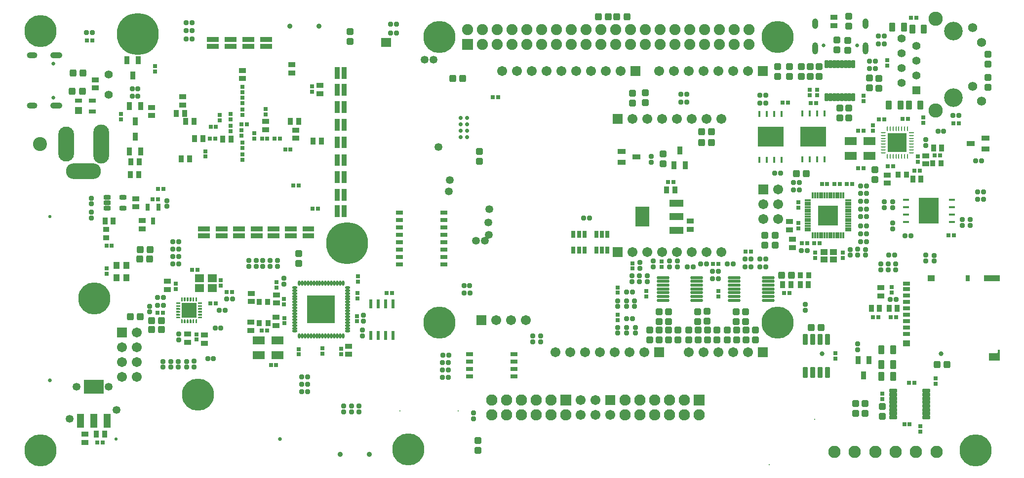
<source format=gbs>
G04*
G04 #@! TF.GenerationSoftware,Altium Limited,Altium Designer,24.10.1 (45)*
G04*
G04 Layer_Color=16711935*
%FSLAX44Y44*%
%MOMM*%
G71*
G04*
G04 #@! TF.SameCoordinates,2A984072-E791-4F40-B98E-8DF9AE0FA605*
G04*
G04*
G04 #@! TF.FilePolarity,Negative*
G04*
G01*
G75*
%ADD51R,0.6000X1.5500*%
G04:AMPARAMS|DCode=86|XSize=1.2032mm|YSize=1.1032mm|CornerRadius=0.2141mm|HoleSize=0mm|Usage=FLASHONLY|Rotation=270.000|XOffset=0mm|YOffset=0mm|HoleType=Round|Shape=RoundedRectangle|*
%AMROUNDEDRECTD86*
21,1,1.2032,0.6750,0,0,270.0*
21,1,0.7750,1.1032,0,0,270.0*
1,1,0.4282,-0.3375,-0.3875*
1,1,0.4282,-0.3375,0.3875*
1,1,0.4282,0.3375,0.3875*
1,1,0.4282,0.3375,-0.3875*
%
%ADD86ROUNDEDRECTD86*%
%ADD89R,0.9532X1.1532*%
%ADD92R,1.1532X0.9532*%
%ADD93R,0.7600X0.7600*%
G04:AMPARAMS|DCode=94|XSize=0.8032mm|YSize=0.8032mm|CornerRadius=0.1616mm|HoleSize=0mm|Usage=FLASHONLY|Rotation=270.000|XOffset=0mm|YOffset=0mm|HoleType=Round|Shape=RoundedRectangle|*
%AMROUNDEDRECTD94*
21,1,0.8032,0.4800,0,0,270.0*
21,1,0.4800,0.8032,0,0,270.0*
1,1,0.3232,-0.2400,-0.2400*
1,1,0.3232,-0.2400,0.2400*
1,1,0.3232,0.2400,0.2400*
1,1,0.3232,0.2400,-0.2400*
%
%ADD94ROUNDEDRECTD94*%
%ADD99R,0.7600X0.7600*%
G04:AMPARAMS|DCode=107|XSize=0.8032mm|YSize=0.8032mm|CornerRadius=0.1616mm|HoleSize=0mm|Usage=FLASHONLY|Rotation=180.000|XOffset=0mm|YOffset=0mm|HoleType=Round|Shape=RoundedRectangle|*
%AMROUNDEDRECTD107*
21,1,0.8032,0.4800,0,0,180.0*
21,1,0.4800,0.8032,0,0,180.0*
1,1,0.3232,-0.2400,0.2400*
1,1,0.3232,0.2400,0.2400*
1,1,0.3232,0.2400,-0.2400*
1,1,0.3232,-0.2400,-0.2400*
%
%ADD107ROUNDEDRECTD107*%
%ADD109R,0.8382X1.4732*%
%ADD112C,0.2032*%
%ADD113C,0.6782*%
%ADD114C,0.5782*%
G04:AMPARAMS|DCode=115|XSize=6.0032mm|YSize=2.7032mm|CornerRadius=1.3516mm|HoleSize=0mm|Usage=FLASHONLY|Rotation=0.000|XOffset=0mm|YOffset=0mm|HoleType=Round|Shape=RoundedRectangle|*
%AMROUNDEDRECTD115*
21,1,6.0032,0.0000,0,0,0.0*
21,1,3.3000,2.7032,0,0,0.0*
1,1,2.7032,1.6500,0.0000*
1,1,2.7032,-1.6500,0.0000*
1,1,2.7032,-1.6500,0.0000*
1,1,2.7032,1.6500,0.0000*
%
%ADD115ROUNDEDRECTD115*%
G04:AMPARAMS|DCode=116|XSize=6.0032mm|YSize=2.7032mm|CornerRadius=1.3516mm|HoleSize=0mm|Usage=FLASHONLY|Rotation=270.000|XOffset=0mm|YOffset=0mm|HoleType=Round|Shape=RoundedRectangle|*
%AMROUNDEDRECTD116*
21,1,6.0032,0.0000,0,0,270.0*
21,1,3.3000,2.7032,0,0,270.0*
1,1,2.7032,0.0000,-1.6500*
1,1,2.7032,0.0000,1.6500*
1,1,2.7032,0.0000,1.6500*
1,1,2.7032,0.0000,-1.6500*
%
%ADD116ROUNDEDRECTD116*%
G04:AMPARAMS|DCode=117|XSize=6.7032mm|YSize=2.7032mm|CornerRadius=1.3516mm|HoleSize=0mm|Usage=FLASHONLY|Rotation=270.000|XOffset=0mm|YOffset=0mm|HoleType=Round|Shape=RoundedRectangle|*
%AMROUNDEDRECTD117*
21,1,6.7032,0.0000,0,0,270.0*
21,1,4.0000,2.7032,0,0,270.0*
1,1,2.7032,0.0000,-2.0000*
1,1,2.7032,0.0000,2.0000*
1,1,2.7032,0.0000,2.0000*
1,1,2.7032,0.0000,-2.0000*
%
%ADD117ROUNDEDRECTD117*%
%ADD118C,2.4032*%
%ADD119C,1.7032*%
%ADD120R,1.7032X1.7032*%
%ADD121C,0.5588*%
%ADD122C,5.5032*%
G04:AMPARAMS|DCode=123|XSize=1mm|YSize=1.8mm|CornerRadius=0.5mm|HoleSize=0mm|Usage=FLASHONLY|Rotation=270.000|XOffset=0mm|YOffset=0mm|HoleType=Round|Shape=RoundedRectangle|*
%AMROUNDEDRECTD123*
21,1,1.0000,0.8000,0,0,270.0*
21,1,0.0000,1.8000,0,0,270.0*
1,1,1.0000,-0.4000,0.0000*
1,1,1.0000,-0.4000,0.0000*
1,1,1.0000,0.4000,0.0000*
1,1,1.0000,0.4000,0.0000*
%
%ADD123ROUNDEDRECTD123*%
G04:AMPARAMS|DCode=124|XSize=1mm|YSize=2.1mm|CornerRadius=0.5mm|HoleSize=0mm|Usage=FLASHONLY|Rotation=270.000|XOffset=0mm|YOffset=0mm|HoleType=Round|Shape=RoundedRectangle|*
%AMROUNDEDRECTD124*
21,1,1.0000,1.1000,0,0,270.0*
21,1,0.0000,2.1000,0,0,270.0*
1,1,1.0000,-0.5500,0.0000*
1,1,1.0000,-0.5500,0.0000*
1,1,1.0000,0.5500,0.0000*
1,1,1.0000,0.5500,0.0000*
%
%ADD124ROUNDEDRECTD124*%
%ADD125C,0.6500*%
%ADD126C,7.2032*%
%ADD127C,0.9000*%
%ADD128R,1.7032X1.7032*%
%ADD129C,0.8032*%
%ADD130C,1.3900*%
%ADD131C,1.9032*%
%ADD132C,2.1032*%
%ADD133C,1.9304*%
%ADD134C,1.4032*%
%ADD135C,1.5700*%
%ADD136R,1.9032X1.9032*%
%ADD137R,1.8796X1.8796*%
%ADD138C,3.2000*%
%ADD139R,1.3900X1.3900*%
%ADD140C,2.4500*%
G04:AMPARAMS|DCode=141|XSize=1mm|YSize=1.8mm|CornerRadius=0.5mm|HoleSize=0mm|Usage=FLASHONLY|Rotation=180.000|XOffset=0mm|YOffset=0mm|HoleType=Round|Shape=RoundedRectangle|*
%AMROUNDEDRECTD141*
21,1,1.0000,0.8000,0,0,180.0*
21,1,0.0000,1.8000,0,0,180.0*
1,1,1.0000,0.0000,0.4000*
1,1,1.0000,0.0000,0.4000*
1,1,1.0000,0.0000,-0.4000*
1,1,1.0000,0.0000,-0.4000*
%
%ADD141ROUNDEDRECTD141*%
G04:AMPARAMS|DCode=142|XSize=1mm|YSize=2.1mm|CornerRadius=0.5mm|HoleSize=0mm|Usage=FLASHONLY|Rotation=180.000|XOffset=0mm|YOffset=0mm|HoleType=Round|Shape=RoundedRectangle|*
%AMROUNDEDRECTD142*
21,1,1.0000,1.1000,0,0,180.0*
21,1,0.0000,2.1000,0,0,180.0*
1,1,1.0000,0.0000,0.5500*
1,1,1.0000,0.0000,0.5500*
1,1,1.0000,0.0000,-0.5500*
1,1,1.0000,0.0000,-0.5500*
%
%ADD142ROUNDEDRECTD142*%
%ADD143C,1.3462*%
%ADD144C,0.7032*%
%ADD177R,1.2700X0.7600*%
G04:AMPARAMS|DCode=180|XSize=1.0611mm|YSize=0.3925mm|CornerRadius=0.1962mm|HoleSize=0mm|Usage=FLASHONLY|Rotation=0.000|XOffset=0mm|YOffset=0mm|HoleType=Round|Shape=RoundedRectangle|*
%AMROUNDEDRECTD180*
21,1,1.0611,0.0000,0,0,0.0*
21,1,0.6686,0.3925,0,0,0.0*
1,1,0.3925,0.3343,0.0000*
1,1,0.3925,-0.3343,0.0000*
1,1,0.3925,-0.3343,0.0000*
1,1,0.3925,0.3343,0.0000*
%
%ADD180ROUNDEDRECTD180*%
%ADD181R,1.0611X0.3925*%
%ADD182R,3.5000X4.4000*%
%ADD184R,1.1000X1.3000*%
%ADD193C,0.2520*%
%ADD194R,2.5000X2.5000*%
G04:AMPARAMS|DCode=201|XSize=0.8078mm|YSize=0.2393mm|CornerRadius=0.1196mm|HoleSize=0mm|Usage=FLASHONLY|Rotation=180.000|XOffset=0mm|YOffset=0mm|HoleType=Round|Shape=RoundedRectangle|*
%AMROUNDEDRECTD201*
21,1,0.8078,0.0000,0,0,180.0*
21,1,0.5686,0.2393,0,0,180.0*
1,1,0.2393,-0.2843,0.0000*
1,1,0.2393,0.2843,0.0000*
1,1,0.2393,0.2843,0.0000*
1,1,0.2393,-0.2843,0.0000*
%
%ADD201ROUNDEDRECTD201*%
G04:AMPARAMS|DCode=202|XSize=0.2393mm|YSize=0.8078mm|CornerRadius=0.1196mm|HoleSize=0mm|Usage=FLASHONLY|Rotation=180.000|XOffset=0mm|YOffset=0mm|HoleType=Round|Shape=RoundedRectangle|*
%AMROUNDEDRECTD202*
21,1,0.2393,0.5686,0,0,180.0*
21,1,0.0000,0.8078,0,0,180.0*
1,1,0.2393,0.0000,0.2843*
1,1,0.2393,0.0000,0.2843*
1,1,0.2393,0.0000,-0.2843*
1,1,0.2393,0.0000,-0.2843*
%
%ADD202ROUNDEDRECTD202*%
%ADD203R,3.2000X3.2000*%
%ADD204R,4.4000X3.5000*%
G04:AMPARAMS|DCode=205|XSize=1.0611mm|YSize=0.3925mm|CornerRadius=0.1962mm|HoleSize=0mm|Usage=FLASHONLY|Rotation=90.000|XOffset=0mm|YOffset=0mm|HoleType=Round|Shape=RoundedRectangle|*
%AMROUNDEDRECTD205*
21,1,1.0611,0.0000,0,0,90.0*
21,1,0.6686,0.3925,0,0,90.0*
1,1,0.3925,0.0000,0.3343*
1,1,0.3925,0.0000,-0.3343*
1,1,0.3925,0.0000,-0.3343*
1,1,0.3925,0.0000,0.3343*
%
%ADD205ROUNDEDRECTD205*%
%ADD206R,2.8000X1.0000*%
%ADD207R,0.8000X1.0000*%
%ADD208R,1.2000X1.0000*%
%ADD212C,1.1447*%
%ADD213R,1.2000X0.7000*%
%ADD218R,0.3925X1.0611*%
%ADD219R,0.8078X0.2393*%
%ADD224R,1.8000X1.6000*%
%ADD225R,1.2032X1.2032*%
%ADD226R,1.2032X0.8032*%
%ADD227R,0.8532X1.4032*%
G04:AMPARAMS|DCode=228|XSize=1.2032mm|YSize=1.1032mm|CornerRadius=0.2141mm|HoleSize=0mm|Usage=FLASHONLY|Rotation=0.000|XOffset=0mm|YOffset=0mm|HoleType=Round|Shape=RoundedRectangle|*
%AMROUNDEDRECTD228*
21,1,1.2032,0.6750,0,0,0.0*
21,1,0.7750,1.1032,0,0,0.0*
1,1,0.4282,0.3875,-0.3375*
1,1,0.4282,-0.3875,-0.3375*
1,1,0.4282,-0.3875,0.3375*
1,1,0.4282,0.3875,0.3375*
%
%ADD228ROUNDEDRECTD228*%
%ADD229R,0.5032X0.8532*%
%ADD230R,0.8532X0.5032*%
%ADD231R,1.6032X1.4032*%
%ADD232R,2.1032X1.4032*%
%ADD233R,1.4032X0.8532*%
%ADD234O,0.4532X0.9532*%
%ADD235O,0.9532X0.4532*%
%ADD236R,4.7032X4.7032*%
%ADD237R,0.8432X1.1232*%
G04:AMPARAMS|DCode=238|XSize=0.6032mm|YSize=1.4032mm|CornerRadius=0.1516mm|HoleSize=0mm|Usage=FLASHONLY|Rotation=90.000|XOffset=0mm|YOffset=0mm|HoleType=Round|Shape=RoundedRectangle|*
%AMROUNDEDRECTD238*
21,1,0.6032,1.1000,0,0,90.0*
21,1,0.3000,1.4032,0,0,90.0*
1,1,0.3032,0.5500,0.1500*
1,1,0.3032,0.5500,-0.1500*
1,1,0.3032,-0.5500,-0.1500*
1,1,0.3032,-0.5500,0.1500*
%
%ADD238ROUNDEDRECTD238*%
G04:AMPARAMS|DCode=239|XSize=1.5032mm|YSize=1.0032mm|CornerRadius=0.2016mm|HoleSize=0mm|Usage=FLASHONLY|Rotation=90.000|XOffset=0mm|YOffset=0mm|HoleType=Round|Shape=RoundedRectangle|*
%AMROUNDEDRECTD239*
21,1,1.5032,0.6000,0,0,90.0*
21,1,1.1000,1.0032,0,0,90.0*
1,1,0.4032,0.3000,0.5500*
1,1,0.4032,0.3000,-0.5500*
1,1,0.4032,-0.3000,-0.5500*
1,1,0.4032,-0.3000,0.5500*
%
%ADD239ROUNDEDRECTD239*%
%ADD240R,0.8032X1.2032*%
G04:AMPARAMS|DCode=241|XSize=1.2532mm|YSize=0.8032mm|CornerRadius=0.2516mm|HoleSize=0mm|Usage=FLASHONLY|Rotation=180.000|XOffset=0mm|YOffset=0mm|HoleType=Round|Shape=RoundedRectangle|*
%AMROUNDEDRECTD241*
21,1,1.2532,0.3000,0,0,180.0*
21,1,0.7500,0.8032,0,0,180.0*
1,1,0.5032,-0.3750,0.1500*
1,1,0.5032,0.3750,0.1500*
1,1,0.5032,0.3750,-0.1500*
1,1,0.5032,-0.3750,-0.1500*
%
%ADD241ROUNDEDRECTD241*%
%ADD242O,2.2032X0.5532*%
G04:AMPARAMS|DCode=243|XSize=0.6032mm|YSize=1.4032mm|CornerRadius=0.1516mm|HoleSize=0mm|Usage=FLASHONLY|Rotation=180.000|XOffset=0mm|YOffset=0mm|HoleType=Round|Shape=RoundedRectangle|*
%AMROUNDEDRECTD243*
21,1,0.6032,1.1000,0,0,180.0*
21,1,0.3000,1.4032,0,0,180.0*
1,1,0.3032,-0.1500,0.5500*
1,1,0.3032,0.1500,0.5500*
1,1,0.3032,0.1500,-0.5500*
1,1,0.3032,-0.1500,-0.5500*
%
%ADD243ROUNDEDRECTD243*%
%ADD244R,3.4032X3.4032*%
%ADD245R,0.4032X1.0532*%
%ADD246R,1.1532X1.0032*%
%ADD247R,2.3532X1.2032*%
G04:AMPARAMS|DCode=248|XSize=0.8532mm|YSize=1.8532mm|CornerRadius=0.1504mm|HoleSize=0mm|Usage=FLASHONLY|Rotation=0.000|XOffset=0mm|YOffset=0mm|HoleType=Round|Shape=RoundedRectangle|*
%AMROUNDEDRECTD248*
21,1,0.8532,1.5525,0,0,0.0*
21,1,0.5525,1.8532,0,0,0.0*
1,1,0.3007,0.2763,-0.7763*
1,1,0.3007,-0.2763,-0.7763*
1,1,0.3007,-0.2763,0.7763*
1,1,0.3007,0.2763,0.7763*
%
%ADD248ROUNDEDRECTD248*%
%ADD249R,1.2032X2.3532*%
%ADD250R,2.3532X3.4532*%
%ADD251R,1.0532X0.4032*%
%ADD252R,3.4532X2.3532*%
%ADD253R,1.1232X0.8432*%
G36*
X17488Y-430967D02*
X17882Y-431361D01*
X18095Y-431875D01*
Y-432154D01*
Y-432432D01*
X17882Y-432947D01*
X17488Y-433340D01*
X16974Y-433554D01*
X11195D01*
Y-430754D01*
X16974D01*
X17488Y-430967D01*
D02*
G37*
G36*
X16695Y-425754D02*
X16974D01*
X17488Y-425967D01*
X17882Y-426361D01*
X18095Y-426875D01*
Y-427154D01*
Y-427432D01*
X17882Y-427947D01*
X17488Y-428340D01*
X16974Y-428554D01*
X11195D01*
Y-425754D01*
X16695D01*
Y-425754D01*
D02*
G37*
G36*
X17488Y-420967D02*
X17882Y-421360D01*
X18095Y-421875D01*
Y-422154D01*
Y-422432D01*
X17882Y-422947D01*
X17488Y-423340D01*
X16974Y-423554D01*
X11195D01*
Y-420754D01*
X16974D01*
X17488Y-420967D01*
D02*
G37*
G36*
X21763Y-435242D02*
X22157Y-435635D01*
X22370Y-436150D01*
Y-436428D01*
Y-441928D01*
X19570D01*
Y-436428D01*
Y-436150D01*
X19783Y-435635D01*
X20177Y-435242D01*
X20691Y-435028D01*
X21249D01*
X21763Y-435242D01*
D02*
G37*
G36*
X26763D02*
X27157Y-435635D01*
X27370Y-436150D01*
Y-436428D01*
X27370Y-441928D01*
X24570D01*
Y-436428D01*
Y-436150D01*
X24783Y-435635D01*
X25177Y-435242D01*
X25691Y-435028D01*
X26249D01*
X26763Y-435242D01*
D02*
G37*
G36*
X31763D02*
X32157Y-435635D01*
X32370Y-436150D01*
Y-436428D01*
Y-441928D01*
X29570D01*
Y-436428D01*
Y-436150D01*
X29783Y-435635D01*
X30177Y-435242D01*
X30691Y-435028D01*
X31249D01*
X31763Y-435242D01*
D02*
G37*
G36*
X17488Y-415967D02*
X17882Y-416361D01*
X18095Y-416875D01*
Y-417154D01*
Y-417432D01*
X17882Y-417947D01*
X17488Y-418340D01*
X16974Y-418554D01*
X11195D01*
Y-415754D01*
X16974D01*
X17488Y-415967D01*
D02*
G37*
G36*
Y-410967D02*
X17882Y-411360D01*
X18095Y-411875D01*
Y-412154D01*
Y-412432D01*
X17882Y-412947D01*
X17488Y-413340D01*
X16974Y-413554D01*
X16695D01*
X11195Y-413554D01*
Y-410754D01*
X16974D01*
X17488Y-410967D01*
D02*
G37*
G36*
Y-405967D02*
X17882Y-406361D01*
X18095Y-406875D01*
Y-407154D01*
Y-407432D01*
X17882Y-407947D01*
X17488Y-408340D01*
X16974Y-408554D01*
X11195D01*
Y-405754D01*
X16974D01*
X17488Y-405967D01*
D02*
G37*
G36*
X22370Y-402878D02*
Y-403157D01*
X22157Y-403671D01*
X21763Y-404065D01*
X21249Y-404278D01*
X20691D01*
X20177Y-404065D01*
X19783Y-403671D01*
X19570Y-403157D01*
Y-402878D01*
Y-397379D01*
X22370D01*
Y-402878D01*
D02*
G37*
G36*
X27370D02*
X27370D01*
Y-403157D01*
X27157Y-403671D01*
X26763Y-404065D01*
X26249Y-404278D01*
X25691D01*
X25177Y-404065D01*
X24783Y-403671D01*
X24570Y-403157D01*
Y-402878D01*
Y-397379D01*
X27370D01*
Y-402878D01*
D02*
G37*
G36*
X32370D02*
Y-403157D01*
X32157Y-403671D01*
X31763Y-404065D01*
X31249Y-404278D01*
X30691D01*
X30177Y-404065D01*
X29783Y-403671D01*
X29570Y-403157D01*
Y-402878D01*
Y-397379D01*
X32370D01*
Y-402878D01*
D02*
G37*
G36*
X47370D02*
Y-403157D01*
X47157Y-403671D01*
X46763Y-404065D01*
X46248Y-404278D01*
X45691D01*
X45177Y-404065D01*
X44783Y-403671D01*
X44570Y-403157D01*
Y-402878D01*
Y-397379D01*
X47370D01*
Y-402878D01*
D02*
G37*
G36*
X42370D02*
Y-403157D01*
X42157Y-403671D01*
X41763Y-404065D01*
X41248Y-404278D01*
X40691D01*
X40177Y-404065D01*
X39783Y-403671D01*
X39570Y-403157D01*
Y-402878D01*
X39570Y-397379D01*
X42370D01*
Y-402878D01*
D02*
G37*
G36*
X37370D02*
Y-403157D01*
X37157Y-403671D01*
X36763Y-404065D01*
X36249Y-404278D01*
X35691D01*
X35177Y-404065D01*
X34783Y-403671D01*
X34570Y-403157D01*
Y-402878D01*
Y-397379D01*
X37370D01*
Y-402878D01*
D02*
G37*
G36*
X55745Y-408554D02*
X49967D01*
X49452Y-408340D01*
X49058Y-407947D01*
X48845Y-407432D01*
Y-407154D01*
Y-406875D01*
X49058Y-406361D01*
X49452Y-405967D01*
X49967Y-405754D01*
X55745D01*
Y-408554D01*
D02*
G37*
G36*
Y-413554D02*
X50245D01*
Y-413554D01*
X49967D01*
X49452Y-413340D01*
X49058Y-412947D01*
X48845Y-412432D01*
Y-412154D01*
Y-411875D01*
X49058Y-411360D01*
X49452Y-410967D01*
X49967Y-410754D01*
X55745D01*
Y-413554D01*
D02*
G37*
G36*
Y-418554D02*
X49967D01*
X49452Y-418340D01*
X49058Y-417947D01*
X48845Y-417432D01*
Y-417154D01*
Y-416875D01*
X49058Y-416361D01*
X49452Y-415967D01*
X49967Y-415754D01*
X55745D01*
Y-418554D01*
D02*
G37*
G36*
Y-423554D02*
X49967D01*
X49452Y-423340D01*
X49058Y-422947D01*
X48845Y-422432D01*
Y-422154D01*
Y-421875D01*
X49058Y-421360D01*
X49452Y-420967D01*
X49967Y-420754D01*
X55745D01*
Y-423554D01*
D02*
G37*
G36*
Y-428554D02*
X49967D01*
X49452Y-428340D01*
X49058Y-427947D01*
X48845Y-427432D01*
Y-427154D01*
Y-426875D01*
X49058Y-426361D01*
X49452Y-425967D01*
X49967Y-425754D01*
X50245D01*
X55745Y-425754D01*
Y-428554D01*
D02*
G37*
G36*
Y-433554D02*
X49967D01*
X49452Y-433340D01*
X49058Y-432947D01*
X48845Y-432432D01*
Y-432154D01*
Y-431875D01*
X49058Y-431361D01*
X49452Y-430967D01*
X49967Y-430754D01*
X55745D01*
Y-433554D01*
D02*
G37*
G36*
X46763Y-435242D02*
X47157Y-435635D01*
X47370Y-436150D01*
Y-436428D01*
Y-441928D01*
X44570D01*
Y-436428D01*
Y-436150D01*
X44783Y-435635D01*
X45177Y-435242D01*
X45691Y-435028D01*
X46248D01*
X46763Y-435242D01*
D02*
G37*
G36*
X41763D02*
X42157Y-435635D01*
X42370Y-436150D01*
Y-436428D01*
Y-441928D01*
X39570D01*
Y-436428D01*
X39570D01*
Y-436150D01*
X39783Y-435635D01*
X40177Y-435242D01*
X40691Y-435028D01*
X41248D01*
X41763Y-435242D01*
D02*
G37*
G36*
X36763D02*
X37157Y-435635D01*
X37370Y-436150D01*
Y-436428D01*
Y-441928D01*
X34570D01*
Y-436428D01*
Y-436150D01*
X34783Y-435635D01*
X35177Y-435242D01*
X35691Y-435028D01*
X36249D01*
X36763Y-435242D01*
D02*
G37*
G36*
X1423950Y-506074D02*
X1404950D01*
Y-493074D01*
X1418950D01*
X1420450Y-491574D01*
Y-487574D01*
X1423950D01*
Y-506074D01*
D02*
G37*
D51*
X345060Y-408830D02*
D03*
X370460D02*
D03*
X383160D02*
D03*
X357760D02*
D03*
X345060Y-462830D02*
D03*
X357760D02*
D03*
X370460D02*
D03*
X383160D02*
D03*
D86*
X502276Y-22098D02*
D03*
X485276D02*
D03*
X-50664Y-315722D02*
D03*
X-33664D02*
D03*
X-33918Y-331216D02*
D03*
X-50918D02*
D03*
X-13820Y-452660D02*
D03*
X-30820D02*
D03*
X-66920Y-430530D02*
D03*
X-49920D02*
D03*
X752100Y84580D02*
D03*
X735100D02*
D03*
X784100D02*
D03*
X767100D02*
D03*
X912100Y-113420D02*
D03*
X929100D02*
D03*
X912100Y-131420D02*
D03*
X929100D02*
D03*
X1333100Y-512420D02*
D03*
X-30820Y-437420D02*
D03*
X-148440Y-11970D02*
D03*
X-149710Y-43720D02*
D03*
X-13820Y-437420D02*
D03*
X1091880Y-185020D02*
D03*
X1074880D02*
D03*
X1316100Y-512420D02*
D03*
X1066660Y-359656D02*
D03*
X1049660D02*
D03*
X1117460Y-449560D02*
D03*
X1100460D02*
D03*
X-165440Y-11970D02*
D03*
X-166710Y-43720D02*
D03*
D89*
X246238Y-129032D02*
D03*
X260238D02*
D03*
X207411Y-95000D02*
D03*
X221411D02*
D03*
X28000Y-95000D02*
D03*
X42000D02*
D03*
X105376Y-125433D02*
D03*
X91376D02*
D03*
X20000Y-160000D02*
D03*
X34000D02*
D03*
X-67086Y-186690D02*
D03*
X-53086D02*
D03*
X57000Y-125000D02*
D03*
X43000D02*
D03*
X-96636Y-266236D02*
D03*
X1065245Y-375924D02*
D03*
X1310240Y-140950D02*
D03*
X11542Y-81788D02*
D03*
X1288680Y-194660D02*
D03*
X1095640Y-375924D02*
D03*
X1234040Y-416540D02*
D03*
X1203560D02*
D03*
X866600Y-213420D02*
D03*
X-52150Y-164814D02*
D03*
X-111420Y-632450D02*
D03*
X1324240Y-140950D02*
D03*
X1274680Y-194660D02*
D03*
X852600Y-213420D02*
D03*
X25542Y-81788D02*
D03*
X1217560Y-416540D02*
D03*
X1248040D02*
D03*
X-125420Y-632450D02*
D03*
X1081640Y-375924D02*
D03*
X1051245Y-375924D02*
D03*
X-110636Y-266236D02*
D03*
X-66150Y-164814D02*
D03*
D92*
X257556Y-33640D02*
D03*
Y-47640D02*
D03*
X182880Y-431770D02*
D03*
Y-445770D02*
D03*
X165085Y-95605D02*
D03*
Y-109605D02*
D03*
X125000Y-22000D02*
D03*
Y-8000D02*
D03*
X-31210Y-71454D02*
D03*
Y-85454D02*
D03*
X140590Y-404730D02*
D03*
Y-390730D02*
D03*
X139700Y-440040D02*
D03*
Y-454040D02*
D03*
X183770Y-407270D02*
D03*
Y-393270D02*
D03*
X-4083Y-384021D02*
D03*
Y-370022D02*
D03*
X-57916Y-228184D02*
D03*
X-46482Y-279542D02*
D03*
X1139440Y69220D02*
D03*
X1296920Y-154270D02*
D03*
X216440Y-110380D02*
D03*
X1230880Y-201290D02*
D03*
X1219450Y-380842D02*
D03*
X22759Y-67034D02*
D03*
X1063240Y-281300D02*
D03*
X1068320Y-311780D02*
D03*
X892600Y-266420D02*
D03*
X31020Y-474250D02*
D03*
X210000Y2000D02*
D03*
X59436Y-476138D02*
D03*
X-127730Y-24020D02*
D03*
X306610Y-495220D02*
D03*
X-145000Y-646500D02*
D03*
X1219450Y-394842D02*
D03*
X1296920Y-168270D02*
D03*
X216440Y-124380D02*
D03*
X1230880Y-187290D02*
D03*
X210000Y-12000D02*
D03*
X892600Y-280420D02*
D03*
X1063240Y-267300D02*
D03*
X22759Y-53034D02*
D03*
X-46482Y-265542D02*
D03*
X1068320Y-297780D02*
D03*
X1139440Y83220D02*
D03*
X-145000Y-632500D02*
D03*
X-57916Y-242184D02*
D03*
X306610Y-481220D02*
D03*
X31020Y-460250D02*
D03*
X59436Y-462138D02*
D03*
X-127730Y-38020D02*
D03*
D93*
X38580Y-350520D02*
D03*
X47780D02*
D03*
X167662Y-124948D02*
D03*
X158462D02*
D03*
X254600Y-245000D02*
D03*
X245400D02*
D03*
X-19870Y-211261D02*
D03*
X-10670D02*
D03*
X70400Y-105000D02*
D03*
X79600D02*
D03*
X182940Y-513620D02*
D03*
X173740D02*
D03*
X167160Y-454660D02*
D03*
X157960D02*
D03*
X381410Y-390110D02*
D03*
X372210D02*
D03*
X70330Y-407670D02*
D03*
X79530D02*
D03*
X97883Y-388246D02*
D03*
X107083D02*
D03*
X-11168Y-423947D02*
D03*
X-20368D02*
D03*
X1225685Y-91830D02*
D03*
X1216485D02*
D03*
X-28988Y-229021D02*
D03*
X-19788Y-229021D02*
D03*
X132217Y-100630D02*
D03*
X123017D02*
D03*
X1062760Y-390273D02*
D03*
X1271400Y82580D02*
D03*
X1353200Y-98420D02*
D03*
X1256760Y-91420D02*
D03*
X1099760Y-64282D02*
D03*
X1312160Y-153650D02*
D03*
X1286280Y-180312D02*
D03*
X1189760Y-111232D02*
D03*
X1240560Y-172700D02*
D03*
X1181040Y-175527D02*
D03*
X1060220Y-63480D02*
D03*
X189600Y-125000D02*
D03*
X1170443Y-203180D02*
D03*
X1335500Y-290810D02*
D03*
X1139920Y-203180D02*
D03*
X1118574D02*
D03*
X1105630Y-304780D02*
D03*
X1236440Y-431780D02*
D03*
X1205960D02*
D03*
X864200Y-199420D02*
D03*
X1084040Y-304780D02*
D03*
X-99036Y-308524D02*
D03*
X553922Y-53551D02*
D03*
X78607Y-125232D02*
D03*
X207499Y-143255D02*
D03*
X212570Y-205486D02*
D03*
X-132830Y43860D02*
D03*
X-114440Y-646420D02*
D03*
X-142030Y43860D02*
D03*
X1231360Y-172700D02*
D03*
X1321360Y-153650D02*
D03*
X1265960Y-91420D02*
D03*
X1344000Y-98420D02*
D03*
X1280600Y82580D02*
D03*
X855000Y-199420D02*
D03*
X1051020Y-63480D02*
D03*
X1277080Y-180312D02*
D03*
X198299Y-143255D02*
D03*
X931640Y-339718D02*
D03*
X69407Y-125232D02*
D03*
X221770Y-205486D02*
D03*
X180400Y-125000D02*
D03*
X563122Y-53551D02*
D03*
X1215160Y-431780D02*
D03*
X1127774Y-203180D02*
D03*
X1108960Y-64282D02*
D03*
X1161243Y-203180D02*
D03*
X1093240Y-304780D02*
D03*
X1245640Y-431780D02*
D03*
X1344700Y-290810D02*
D03*
X987520Y-319047D02*
D03*
X996720D02*
D03*
X940840Y-339718D02*
D03*
X1114830Y-304780D02*
D03*
X1149120Y-203180D02*
D03*
X-123640Y-646420D02*
D03*
X1180560Y-111232D02*
D03*
X1268000Y-544420D02*
D03*
X1277200D02*
D03*
X1260000Y-615420D02*
D03*
X1269200D02*
D03*
X1053560Y-390273D02*
D03*
X-108236Y-308524D02*
D03*
X1190240Y-175527D02*
D03*
D94*
X876682Y-62464D02*
D03*
X886682D02*
D03*
X477948Y-509778D02*
D03*
X467948D02*
D03*
X-64182Y-39624D02*
D03*
X-54182D02*
D03*
X-64150Y-51784D02*
D03*
X-54150D02*
D03*
X389334Y71406D02*
D03*
X379334D02*
D03*
X389334Y56166D02*
D03*
X379334D02*
D03*
X15700Y-301530D02*
D03*
X5700D02*
D03*
X15700Y-326930D02*
D03*
X5700D02*
D03*
X15700Y-339630D02*
D03*
X5700D02*
D03*
X15700Y-314230D02*
D03*
X5700D02*
D03*
X-10768Y-411213D02*
D03*
X-20767D02*
D03*
X-10768Y-397925D02*
D03*
X-20767D02*
D03*
X97870Y-400050D02*
D03*
X107870D02*
D03*
X478456Y-496824D02*
D03*
X468456D02*
D03*
X477980Y-535130D02*
D03*
X467980D02*
D03*
X477980Y-522130D02*
D03*
X467980D02*
D03*
X65310Y-502633D02*
D03*
X75310D02*
D03*
X1317600Y-112420D02*
D03*
X1327600D02*
D03*
X1385600Y-229420D02*
D03*
X1395600D02*
D03*
X38560Y46450D02*
D03*
X28560D02*
D03*
X876682Y-49176D02*
D03*
X886682D02*
D03*
X930765Y-352452D02*
D03*
X910920Y-340340D02*
D03*
X1022520Y-345069D02*
D03*
Y-331781D02*
D03*
X1225720Y37531D02*
D03*
X1353600Y-85420D02*
D03*
X-132430Y56860D02*
D03*
X1395600Y-216420D02*
D03*
X1385600D02*
D03*
X1392600Y-163420D02*
D03*
X1382600D02*
D03*
X95000Y-420000D02*
D03*
X85000D02*
D03*
X38551Y74340D02*
D03*
X28551Y74340D02*
D03*
X28560Y60420D02*
D03*
X38560D02*
D03*
X720264Y-261620D02*
D03*
X710264D02*
D03*
X236680Y-559340D02*
D03*
X226680D02*
D03*
X236680Y-546640D02*
D03*
X226680D02*
D03*
X236680Y-533940D02*
D03*
X226680D02*
D03*
X1243500Y-324385D02*
D03*
X1233500D02*
D03*
X1246040Y-401300D02*
D03*
X1236040D02*
D03*
X1343600Y-85420D02*
D03*
X920920Y-340340D02*
D03*
X1195240Y-219195D02*
D03*
X1185240D02*
D03*
X1271440Y-292054D02*
D03*
X1195240Y-288363D02*
D03*
X1037920Y-184114D02*
D03*
X1012520Y-50780D02*
D03*
Y-64186D02*
D03*
X504875Y-390355D02*
D03*
X1083640Y-317514D02*
D03*
X783920Y-433610D02*
D03*
X987120Y-331781D02*
D03*
X783920Y-387890D02*
D03*
X1195240Y-301651D02*
D03*
X1012520Y-331781D02*
D03*
X956640Y-340069D02*
D03*
X1261440Y-292054D02*
D03*
X1093640Y-317514D02*
D03*
X514725Y-377165D02*
D03*
X504725D02*
D03*
X514875Y-390355D02*
D03*
X1069670Y-200051D02*
D03*
X1079670D02*
D03*
X1195240Y-205906D02*
D03*
X1185240D02*
D03*
X1069750Y-213340D02*
D03*
X1079750D02*
D03*
X1195240Y-232483D02*
D03*
X1185240D02*
D03*
X1195160Y-245772D02*
D03*
X1185160D02*
D03*
X1022520Y-64186D02*
D03*
X1195160Y-259060D02*
D03*
X1185160D02*
D03*
X1195240Y-275075D02*
D03*
X1185240D02*
D03*
X1022520Y-50780D02*
D03*
X1185240Y-288363D02*
D03*
X1047920Y-184114D02*
D03*
X1185240Y-301651D02*
D03*
X1225720Y50820D02*
D03*
X1215720D02*
D03*
Y37531D02*
D03*
X1200480Y-5060D02*
D03*
X1210480D02*
D03*
X1200480Y8228D02*
D03*
X1210480D02*
D03*
X997120Y-331781D02*
D03*
X987200Y-345069D02*
D03*
X997200D02*
D03*
X1012520D02*
D03*
X966640Y-340069D02*
D03*
X897631Y-344948D02*
D03*
X887631D02*
D03*
X930765Y-365740D02*
D03*
X940765D02*
D03*
Y-352452D02*
D03*
X793920Y-433610D02*
D03*
Y-387890D02*
D03*
X78090Y-450120D02*
D03*
X88090D02*
D03*
X-142430Y56860D02*
D03*
D99*
X87937Y-368103D02*
D03*
Y-377303D02*
D03*
X61597Y-146642D02*
D03*
Y-155842D02*
D03*
X-25000Y-400D02*
D03*
Y-9600D02*
D03*
X104524Y-102930D02*
D03*
Y-112130D02*
D03*
X-83280Y-82744D02*
D03*
Y-91944D02*
D03*
X196850Y-441960D02*
D03*
Y-432760D02*
D03*
X183642Y-380774D02*
D03*
Y-371574D02*
D03*
X196210Y-409170D02*
D03*
Y-399970D02*
D03*
X322860Y-370300D02*
D03*
Y-361100D02*
D03*
X321210Y-429370D02*
D03*
Y-438570D02*
D03*
X322210Y-399570D02*
D03*
Y-390370D02*
D03*
X10265Y-383268D02*
D03*
Y-374068D02*
D03*
X-107442Y-357152D02*
D03*
Y-347952D02*
D03*
X1222600Y-562820D02*
D03*
Y-572020D02*
D03*
X1292600Y-88820D02*
D03*
Y-98020D02*
D03*
X1206325Y-111281D02*
D03*
Y-102081D02*
D03*
X125000Y-84600D02*
D03*
Y-75400D02*
D03*
X123572Y-120007D02*
D03*
Y-110807D02*
D03*
X124965Y-131674D02*
D03*
Y-140874D02*
D03*
X817924Y-395820D02*
D03*
X941320Y-395740D02*
D03*
X1230880Y9700D02*
D03*
X1190240Y-51260D02*
D03*
X1110251Y-41100D02*
D03*
X1098073D02*
D03*
X1282950Y-155400D02*
D03*
X104262Y-91885D02*
D03*
X85799Y-93750D02*
D03*
X244516Y-44742D02*
D03*
X145000Y-115400D02*
D03*
X1238500Y-379644D02*
D03*
X1154187Y-320500D02*
D03*
X1106970Y-329700D02*
D03*
X1313600Y-536820D02*
D03*
X1287600Y-628020D02*
D03*
X1141980Y-502420D02*
D03*
X1078480Y-243340D02*
D03*
X165066Y-83485D02*
D03*
X1078480Y-278900D02*
D03*
X125000Y-45000D02*
D03*
Y-55000D02*
D03*
X124858Y-161252D02*
D03*
X46260Y-469960D02*
D03*
X221520Y-495360D02*
D03*
X262160Y-494090D02*
D03*
X293910Y-494570D02*
D03*
X1238500Y-388844D02*
D03*
X1282950Y-164600D02*
D03*
X1230880Y500D02*
D03*
X221520Y-486160D02*
D03*
X262160Y-484890D02*
D03*
X768600Y-436225D02*
D03*
X244516Y-35542D02*
D03*
X85799Y-84550D02*
D03*
X165066Y-74285D02*
D03*
X768600Y-389476D02*
D03*
X844178Y-344940D02*
D03*
X104262Y-82685D02*
D03*
X145000Y-124600D02*
D03*
X794000Y-338834D02*
D03*
X293910Y-485370D02*
D03*
X124858Y-152052D02*
D03*
X125000Y-35800D02*
D03*
Y-64200D02*
D03*
X1141980Y-493220D02*
D03*
X1078480Y-269700D02*
D03*
Y-234140D02*
D03*
X768600Y-427024D02*
D03*
X844178Y-335740D02*
D03*
X768600Y-380276D02*
D03*
X794000Y-348035D02*
D03*
X1154187Y-329700D02*
D03*
X1106970Y-320500D02*
D03*
X1098073Y-50300D02*
D03*
X1110251D02*
D03*
X1190240Y-60460D02*
D03*
X1313600Y-546020D02*
D03*
X1287600Y-618820D02*
D03*
X817924Y-386620D02*
D03*
X941320Y-386540D02*
D03*
X46260Y-460760D02*
D03*
D107*
X311750Y-594110D02*
D03*
Y-584110D02*
D03*
X160020Y-334170D02*
D03*
Y-344170D02*
D03*
X332400Y-428075D02*
D03*
Y-438075D02*
D03*
X195834Y-364824D02*
D03*
Y-374824D02*
D03*
X331090Y-463690D02*
D03*
Y-453690D02*
D03*
X-34056Y-412440D02*
D03*
Y-422440D02*
D03*
X1833Y-517345D02*
D03*
Y-507345D02*
D03*
X-11455Y-517265D02*
D03*
Y-507265D02*
D03*
X29185Y-517345D02*
D03*
Y-507345D02*
D03*
X15122Y-517265D02*
D03*
Y-507265D02*
D03*
X42418Y-517064D02*
D03*
Y-507064D02*
D03*
X825754Y-165274D02*
D03*
Y-155274D02*
D03*
X-4708Y-231270D02*
D03*
Y-241270D02*
D03*
X-133916Y-261104D02*
D03*
X783840Y-458930D02*
D03*
X768600D02*
D03*
X783840Y-413210D02*
D03*
X768600Y-413130D02*
D03*
X806112Y-370740D02*
D03*
X792823D02*
D03*
X870788Y-344948D02*
D03*
X829560D02*
D03*
X1296920Y-137060D02*
D03*
X1180080Y-477580D02*
D03*
X325038Y-584255D02*
D03*
Y-594255D02*
D03*
X298461Y-584110D02*
D03*
Y-594110D02*
D03*
X636600Y-463420D02*
D03*
Y-473420D02*
D03*
X622600Y-463420D02*
D03*
Y-473420D02*
D03*
X135890Y-344170D02*
D03*
Y-334170D02*
D03*
X148590Y-344170D02*
D03*
Y-334170D02*
D03*
X185420Y-344090D02*
D03*
Y-334090D02*
D03*
X172720Y-344090D02*
D03*
Y-334090D02*
D03*
X1219450Y-340420D02*
D03*
Y-350420D02*
D03*
X1232150Y-340420D02*
D03*
Y-350420D02*
D03*
X1244850Y-340420D02*
D03*
Y-350420D02*
D03*
X1296920Y-325180D02*
D03*
Y-335180D02*
D03*
X1310890Y-335260D02*
D03*
Y-325260D02*
D03*
X1296920Y-127060D02*
D03*
X1239786Y-270157D02*
D03*
Y-280157D02*
D03*
X768600Y-448930D02*
D03*
X1239770Y-233740D02*
D03*
X768600Y-403130D02*
D03*
X857500Y-344948D02*
D03*
X521208Y-595964D02*
D03*
X1089914Y-419274D02*
D03*
X806733Y-337452D02*
D03*
X1359714Y-274220D02*
D03*
X1225235Y-233655D02*
D03*
X1166921Y-325100D02*
D03*
X829560Y-334948D02*
D03*
X1373120Y-274220D02*
D03*
X1193498Y-325100D02*
D03*
X792823Y-360740D02*
D03*
X1180209Y-324940D02*
D03*
X-133916Y-251104D02*
D03*
X1180080Y-487580D02*
D03*
X1089914Y-409274D02*
D03*
X521208Y-605964D02*
D03*
X1225235Y-243655D02*
D03*
X1239770Y-243740D02*
D03*
X1373120Y-264220D02*
D03*
X1359714D02*
D03*
X1166921Y-315100D02*
D03*
X1193498D02*
D03*
X1180209Y-314940D02*
D03*
X870788Y-334948D02*
D03*
X857500D02*
D03*
X819400Y-360740D02*
D03*
Y-370740D02*
D03*
X806733Y-347452D02*
D03*
X783840Y-403210D02*
D03*
X806112Y-360740D02*
D03*
X797129Y-413210D02*
D03*
Y-403210D02*
D03*
X783840Y-448930D02*
D03*
X799080Y-458930D02*
D03*
Y-448930D02*
D03*
X-133916Y-227104D02*
D03*
Y-237104D02*
D03*
X15780Y-460440D02*
D03*
Y-470440D02*
D03*
D109*
X375666Y40386D02*
D03*
X367428D02*
D03*
D112*
X494720Y-592070D02*
D03*
X394720D02*
D03*
X1106513Y-606854D02*
D03*
X1028731Y-684636D02*
D03*
D113*
X189150Y-640620D02*
D03*
X-205200Y-539670D02*
D03*
D114*
X-91550Y-640620D02*
D03*
X-205200Y-258970D02*
D03*
D115*
X-147260Y-180890D02*
D03*
D116*
X-177260Y-133890D02*
D03*
D117*
X-117260D02*
D03*
D118*
X-222260D02*
D03*
D119*
X-56350Y-457290D02*
D03*
Y-482690D02*
D03*
Y-508090D02*
D03*
Y-533490D02*
D03*
X-81750D02*
D03*
Y-508090D02*
D03*
Y-482690D02*
D03*
X763200Y-491220D02*
D03*
X661600D02*
D03*
X687000D02*
D03*
X737800D02*
D03*
X712400D02*
D03*
X788600D02*
D03*
X814000D02*
D03*
X946400Y-91420D02*
D03*
X646360Y-8620D02*
D03*
X1044000Y-263120D02*
D03*
X946400Y-320020D02*
D03*
X611120Y-436860D02*
D03*
X921000Y-320020D02*
D03*
X1044000Y-212320D02*
D03*
X747960Y-8620D02*
D03*
X570160D02*
D03*
X595560D02*
D03*
X620960D02*
D03*
X671760D02*
D03*
X697160D02*
D03*
X722560D02*
D03*
X773360D02*
D03*
X991800Y-491220D02*
D03*
X966400D02*
D03*
X941000D02*
D03*
X915600D02*
D03*
X890200D02*
D03*
X1018600Y-263120D02*
D03*
X1044000Y-237720D02*
D03*
X1018600D02*
D03*
X921000Y-91420D02*
D03*
X895600D02*
D03*
X870200D02*
D03*
X844800D02*
D03*
X819400D02*
D03*
X794000D02*
D03*
X705100Y-599420D02*
D03*
X730500D02*
D03*
X755900D02*
D03*
X705100Y-574020D02*
D03*
X730500D02*
D03*
X585720Y-436860D02*
D03*
X560320D02*
D03*
X839400Y-8620D02*
D03*
X864800D02*
D03*
X890200D02*
D03*
X915600D02*
D03*
X941000D02*
D03*
X966400D02*
D03*
X991800D02*
D03*
X794000Y-320020D02*
D03*
X819400D02*
D03*
X844800D02*
D03*
X870200D02*
D03*
X895600D02*
D03*
D120*
X-81750Y-457290D02*
D03*
X1018600Y-212320D02*
D03*
D121*
X48800Y-585301D02*
D03*
X34035Y-579185D02*
D03*
X27919Y-564420D02*
D03*
X34035Y-549655D02*
D03*
X48800Y-543539D02*
D03*
D03*
X63565Y-549655D02*
D03*
X69681Y-564420D02*
D03*
X63565Y-579185D02*
D03*
X-129000Y-420201D02*
D03*
X-143765Y-414085D02*
D03*
X-149881Y-399320D02*
D03*
X-143765Y-384555D02*
D03*
X-129000Y-378439D02*
D03*
D03*
X-114235Y-384555D02*
D03*
X-108119Y-399320D02*
D03*
X-114235Y-414085D02*
D03*
X-206635Y44815D02*
D03*
X-200519Y59580D02*
D03*
X-206635Y74345D02*
D03*
X-221400Y80461D02*
D03*
X-236165Y74345D02*
D03*
X-242281Y59580D02*
D03*
X-236165Y44815D02*
D03*
X-221400Y38699D02*
D03*
X-206635Y-675185D02*
D03*
X-200519Y-660420D02*
D03*
X-206635Y-645655D02*
D03*
X-221400Y-639539D02*
D03*
X-236165Y-645655D02*
D03*
X-242281Y-660420D02*
D03*
X-236165Y-675185D02*
D03*
X-221400Y-681301D02*
D03*
X409600Y-679301D02*
D03*
X394835Y-673185D02*
D03*
X388719Y-658420D02*
D03*
X394835Y-643655D02*
D03*
X409600Y-637539D02*
D03*
D03*
X424365Y-643655D02*
D03*
X430481Y-658420D02*
D03*
X424365Y-673185D02*
D03*
X1042600Y-461301D02*
D03*
X1027835Y-455185D02*
D03*
X1021719Y-440420D02*
D03*
X1027835Y-425655D02*
D03*
X1042600Y-419539D02*
D03*
X1057365Y-425655D02*
D03*
X1063481Y-440420D02*
D03*
X1057365Y-455185D02*
D03*
X477365D02*
D03*
X483481Y-440420D02*
D03*
X477365Y-425655D02*
D03*
X462600Y-419539D02*
D03*
X447835Y-425655D02*
D03*
X441719Y-440420D02*
D03*
X447835Y-455185D02*
D03*
X462600Y-461301D02*
D03*
Y28699D02*
D03*
X447835Y34815D02*
D03*
X441719Y49580D02*
D03*
X447835Y64345D02*
D03*
X462600Y70461D02*
D03*
X477365Y64345D02*
D03*
X483481Y49580D02*
D03*
X477365Y34815D02*
D03*
X1057365D02*
D03*
X1063481Y49580D02*
D03*
X1057365Y64345D02*
D03*
X1042600Y70461D02*
D03*
X1027835Y64345D02*
D03*
X1021719Y49580D02*
D03*
X1027835Y34815D02*
D03*
X1042600Y28699D02*
D03*
X1397365Y-675185D02*
D03*
X1403481Y-660420D02*
D03*
X1397365Y-645655D02*
D03*
X1382600Y-639539D02*
D03*
X1367835Y-645655D02*
D03*
X1361719Y-660420D02*
D03*
X1367835Y-675185D02*
D03*
X1382600Y-681301D02*
D03*
D122*
X48800Y-564420D02*
D03*
X-129000Y-399320D02*
D03*
X-221400Y59580D02*
D03*
Y-660420D02*
D03*
X409600Y-658420D02*
D03*
X1042600Y-440420D02*
D03*
X462600D02*
D03*
Y49580D02*
D03*
X1042600D02*
D03*
X1382600Y-660420D02*
D03*
D123*
X-236050Y17780D02*
D03*
Y-68620D02*
D03*
D124*
X-194250Y17780D02*
D03*
Y-68620D02*
D03*
D125*
X-199250Y3480D02*
D03*
Y-54320D02*
D03*
X1179000Y35330D02*
D03*
X1121200D02*
D03*
D126*
X304300Y-304300D02*
D03*
X-54300Y54300D02*
D03*
D127*
X255880Y67960D02*
D03*
X205880D02*
D03*
X342540Y-666630D02*
D03*
X292540D02*
D03*
D128*
X839400Y-491220D02*
D03*
X534920Y-436860D02*
D03*
X798760Y-8620D02*
D03*
X1017200Y-491220D02*
D03*
X768600Y-91420D02*
D03*
X755900Y-574020D02*
D03*
X1017200Y-8620D02*
D03*
X768600Y-320020D02*
D03*
D129*
X1323101Y-494418D02*
D03*
X1118600D02*
D03*
D130*
X1254900Y46880D02*
D03*
X1280300Y-16620D02*
D03*
Y8780D02*
D03*
Y34180D02*
D03*
X1254900Y-29320D02*
D03*
Y-3920D02*
D03*
Y21480D02*
D03*
D131*
X866900Y62280D02*
D03*
X917700D02*
D03*
X739900D02*
D03*
X816100Y36880D02*
D03*
X993900D02*
D03*
X663700Y62280D02*
D03*
X612900Y36880D02*
D03*
X562100Y62280D02*
D03*
X714500Y36880D02*
D03*
X993900Y62280D02*
D03*
X968500D02*
D03*
Y36880D02*
D03*
X943100Y62280D02*
D03*
Y36880D02*
D03*
X917700D02*
D03*
X892300Y62280D02*
D03*
Y36880D02*
D03*
X866900D02*
D03*
X841500Y62280D02*
D03*
Y36880D02*
D03*
X816100Y62280D02*
D03*
X790700D02*
D03*
Y36880D02*
D03*
X765300Y62280D02*
D03*
Y36880D02*
D03*
X739900D02*
D03*
X714500Y62280D02*
D03*
X689100D02*
D03*
Y36880D02*
D03*
X663700D02*
D03*
X638300Y62280D02*
D03*
Y36880D02*
D03*
X612900Y62280D02*
D03*
X587500D02*
D03*
Y36880D02*
D03*
X562100D02*
D03*
X536700Y62280D02*
D03*
Y36880D02*
D03*
X511300Y62280D02*
D03*
D132*
X1245000Y-662920D02*
D03*
X1140000D02*
D03*
X1175000D02*
D03*
X1210000D02*
D03*
X1315000D02*
D03*
X1280000D02*
D03*
D133*
X806700Y-574020D02*
D03*
Y-599420D02*
D03*
X578100Y-574020D02*
D03*
Y-599420D02*
D03*
X781300D02*
D03*
Y-574020D02*
D03*
X552700Y-599420D02*
D03*
Y-574020D02*
D03*
X603500Y-599420D02*
D03*
X628900D02*
D03*
X654300D02*
D03*
X679700D02*
D03*
X603500Y-574020D02*
D03*
X628900D02*
D03*
X654300D02*
D03*
X882900D02*
D03*
X857500D02*
D03*
X832100D02*
D03*
X908300Y-599420D02*
D03*
X882900D02*
D03*
X857500D02*
D03*
X832100D02*
D03*
D134*
X-104870Y-14510D02*
D03*
Y-49510D02*
D03*
D135*
X1392800Y-60820D02*
D03*
X1377600Y65680D02*
D03*
Y-35420D02*
D03*
X1392800Y40280D02*
D03*
D136*
X511300Y36880D02*
D03*
D137*
X679700Y-574020D02*
D03*
X908300D02*
D03*
D138*
X1343800Y59580D02*
D03*
Y-54720D02*
D03*
D139*
X1280300Y-42020D02*
D03*
D140*
X1313300Y81180D02*
D03*
Y-76320D02*
D03*
D141*
X1193300Y72130D02*
D03*
X1106900D02*
D03*
D142*
X1193300Y30330D02*
D03*
X1106900D02*
D03*
D143*
X540766Y-300228D02*
D03*
X525526D02*
D03*
X480822Y-196215D02*
D03*
X437388Y10668D02*
D03*
X478935Y-215791D02*
D03*
X548365Y-246290D02*
D03*
X-159258Y-550926D02*
D03*
X-104394D02*
D03*
X-90678Y-590550D02*
D03*
X-171704Y-606044D02*
D03*
X460756Y-139446D02*
D03*
X547116Y-290068D02*
D03*
X452628Y10668D02*
D03*
X546862Y-269240D02*
D03*
D144*
X499000Y-89250D02*
D03*
X510000D02*
D03*
X499000Y-100250D02*
D03*
X510000D02*
D03*
X499000Y-111250D02*
D03*
X510000D02*
D03*
X499000Y-122250D02*
D03*
X510000D02*
D03*
D177*
X394240Y-264700D02*
D03*
Y-328200D02*
D03*
Y-277400D02*
D03*
Y-302800D02*
D03*
Y-290100D02*
D03*
Y-315500D02*
D03*
Y-252000D02*
D03*
Y-340900D02*
D03*
X470440Y-252000D02*
D03*
Y-264700D02*
D03*
Y-277400D02*
D03*
Y-290100D02*
D03*
Y-302800D02*
D03*
Y-315500D02*
D03*
Y-328200D02*
D03*
Y-340900D02*
D03*
X590800Y-495280D02*
D03*
Y-507980D02*
D03*
Y-520680D02*
D03*
Y-533380D02*
D03*
X514600Y-507980D02*
D03*
Y-495280D02*
D03*
Y-520680D02*
D03*
Y-533380D02*
D03*
D180*
X1341255Y-267950D02*
D03*
Y-229850D02*
D03*
Y-242550D02*
D03*
Y-255250D02*
D03*
X1262745D02*
D03*
Y-242550D02*
D03*
Y-229850D02*
D03*
D181*
Y-267950D02*
D03*
D182*
X1302000Y-248900D02*
D03*
D184*
X-90546Y-342814D02*
D03*
X-74046D02*
D03*
Y-363814D02*
D03*
X-90546D02*
D03*
D193*
X45970Y-400685D02*
D03*
X40970D02*
D03*
X35970D02*
D03*
X30970Y-400829D02*
D03*
X25970D02*
D03*
X20970D02*
D03*
Y-440528D02*
D03*
X25970D02*
D03*
X30970D02*
D03*
X35970Y-438479D02*
D03*
X40970D02*
D03*
X45970D02*
D03*
X14502Y-407154D02*
D03*
Y-412154D02*
D03*
Y-417154D02*
D03*
X14645Y-422154D02*
D03*
Y-432154D02*
D03*
X54345D02*
D03*
Y-427154D02*
D03*
Y-422154D02*
D03*
X52295Y-417154D02*
D03*
Y-412154D02*
D03*
Y-407154D02*
D03*
X14645Y-427154D02*
D03*
D194*
X33470Y-419654D02*
D03*
D201*
X1271792Y-129560D02*
D03*
Y-149560D02*
D03*
X1224288Y-114560D02*
D03*
Y-124560D02*
D03*
Y-144560D02*
D03*
X1271792Y-134560D02*
D03*
X1224288Y-119560D02*
D03*
X1271792Y-124560D02*
D03*
X1224288Y-139560D02*
D03*
X1271792Y-119560D02*
D03*
Y-139560D02*
D03*
Y-144560D02*
D03*
X1224288Y-149560D02*
D03*
Y-134560D02*
D03*
Y-129560D02*
D03*
D202*
X1250540Y-108308D02*
D03*
X1245540Y-155812D02*
D03*
X1235540Y-108308D02*
D03*
X1230540D02*
D03*
X1255540D02*
D03*
X1240540D02*
D03*
X1245540D02*
D03*
X1260540D02*
D03*
X1265540Y-155812D02*
D03*
X1260540D02*
D03*
X1255540D02*
D03*
X1250540D02*
D03*
X1240540D02*
D03*
X1235540D02*
D03*
X1230540D02*
D03*
X1265540Y-108308D02*
D03*
D203*
X1248040Y-132060D02*
D03*
D204*
X1103880Y-121441D02*
D03*
X1030861Y-121900D02*
D03*
D205*
X1084830Y-160696D02*
D03*
X1011811Y-161155D02*
D03*
X1037211Y-82645D02*
D03*
X1024511D02*
D03*
X1011811D02*
D03*
X1024511Y-161155D02*
D03*
X1037211D02*
D03*
X1049911Y-82645D02*
D03*
X1122930Y-82185D02*
D03*
X1110230D02*
D03*
X1097530D02*
D03*
X1084830D02*
D03*
X1097530Y-160696D02*
D03*
X1110230D02*
D03*
D206*
X1409950Y-364574D02*
D03*
D207*
X1368450D02*
D03*
D208*
X1306450D02*
D03*
X1263450Y-476074D02*
D03*
D212*
X1417591Y-499714D02*
D03*
D213*
X1263450Y-405574D02*
D03*
Y-374074D02*
D03*
Y-427574D02*
D03*
Y-460574D02*
D03*
Y-449574D02*
D03*
Y-438574D02*
D03*
Y-416574D02*
D03*
Y-394574D02*
D03*
Y-383574D02*
D03*
D218*
X1049911Y-161155D02*
D03*
X1122930Y-160696D02*
D03*
D219*
X1271792Y-114560D02*
D03*
D224*
X371547Y40386D02*
D03*
D225*
X-156240Y-76620D02*
D03*
D226*
X-132240Y-78620D02*
D03*
Y-59620D02*
D03*
X-156240D02*
D03*
D227*
X884378Y-170942D02*
D03*
X865378D02*
D03*
X874878Y-144942D02*
D03*
X-49650Y-147334D02*
D03*
X-68650D02*
D03*
X-59150Y-121334D02*
D03*
X-68650Y-69264D02*
D03*
X-49650D02*
D03*
X-59150Y-95264D02*
D03*
X-63246Y-16302D02*
D03*
X-53746Y9698D02*
D03*
X-72746D02*
D03*
X1199740Y-505140D02*
D03*
X1180740D02*
D03*
X1190240Y-531140D02*
D03*
D228*
X846328Y-168520D02*
D03*
Y-151520D02*
D03*
X531400Y-146980D02*
D03*
Y-163980D02*
D03*
X221742Y-338954D02*
D03*
Y-321954D02*
D03*
X793600Y-63920D02*
D03*
Y-46920D02*
D03*
X815600Y-63420D02*
D03*
Y-46420D02*
D03*
X839800Y-421741D02*
D03*
X855818D02*
D03*
X905840D02*
D03*
X921859Y-421620D02*
D03*
X971800Y-421741D02*
D03*
X987819D02*
D03*
X1216419Y-21960D02*
D03*
X1164840Y67720D02*
D03*
X1163016Y43620D02*
D03*
X1144520Y44080D02*
D03*
X1083560Y-18640D02*
D03*
X1020600Y-290920D02*
D03*
Y-307920D02*
D03*
X1403600Y-19920D02*
D03*
Y-36920D02*
D03*
Y20080D02*
D03*
Y3080D02*
D03*
X1209290Y-178170D02*
D03*
Y-195170D02*
D03*
X1038600Y-290920D02*
D03*
Y-307920D02*
D03*
X890600Y-453760D02*
D03*
X956560D02*
D03*
X871837D02*
D03*
X938656D02*
D03*
X1176761Y-596490D02*
D03*
X528574Y-660264D02*
D03*
X1222600Y-601920D02*
D03*
X1192780Y-596490D02*
D03*
X309150Y58760D02*
D03*
X1004616Y-453760D02*
D03*
X839800D02*
D03*
X309150Y41760D02*
D03*
X1192780Y-579490D02*
D03*
X1042920Y-1640D02*
D03*
Y-18640D02*
D03*
X1200400Y-20689D02*
D03*
Y-37689D02*
D03*
X1216419Y-38960D02*
D03*
X1114040Y-1640D02*
D03*
Y-18640D02*
D03*
X1164840Y84720D02*
D03*
X1063240Y-18640D02*
D03*
Y-1640D02*
D03*
X1163016Y26620D02*
D03*
X1149600Y-89760D02*
D03*
Y-72760D02*
D03*
X1144520Y27080D02*
D03*
X1083560Y-1640D02*
D03*
X1164840Y-89760D02*
D03*
Y-72760D02*
D03*
X1098800Y-1640D02*
D03*
Y-18640D02*
D03*
X987819Y-438741D02*
D03*
X971800D02*
D03*
X972579Y-470760D02*
D03*
Y-453760D02*
D03*
X988597Y-470760D02*
D03*
Y-453760D02*
D03*
X956560Y-470760D02*
D03*
X1004616D02*
D03*
X1222600Y-584920D02*
D03*
X839800Y-438741D02*
D03*
X855818D02*
D03*
X921859Y-438620D02*
D03*
X905840Y-438741D02*
D03*
X839800Y-470760D02*
D03*
X855818D02*
D03*
Y-453760D02*
D03*
X922637Y-470760D02*
D03*
Y-453760D02*
D03*
X906618Y-470760D02*
D03*
Y-453760D02*
D03*
X890600Y-470760D02*
D03*
X938656D02*
D03*
X823781D02*
D03*
Y-453760D02*
D03*
X871837Y-470760D02*
D03*
X528574Y-643264D02*
D03*
X1176761Y-579490D02*
D03*
D229*
X111270Y-279870D02*
D03*
X126270Y-279870D02*
D03*
X121270D02*
D03*
X116270D02*
D03*
X126270Y-291370D02*
D03*
X121270D02*
D03*
X116270D02*
D03*
X111270D02*
D03*
X66820Y33680D02*
D03*
X71820D02*
D03*
X81820D02*
D03*
X76820D02*
D03*
X81820Y45180D02*
D03*
X76820D02*
D03*
X71820Y45180D02*
D03*
X66820D02*
D03*
X230410Y-291370D02*
D03*
X235410D02*
D03*
X240410D02*
D03*
X245410D02*
D03*
X240410Y-279870D02*
D03*
X245410D02*
D03*
X230410D02*
D03*
X235410D02*
D03*
X200170Y-291370D02*
D03*
X205170D02*
D03*
X210170D02*
D03*
X215170D02*
D03*
X210170Y-279870D02*
D03*
X205170D02*
D03*
X200170D02*
D03*
X215170D02*
D03*
X170880Y-291370D02*
D03*
X175880D02*
D03*
X180880Y-291370D02*
D03*
X185880D02*
D03*
X175880Y-279870D02*
D03*
X170880Y-279870D02*
D03*
X185880Y-279870D02*
D03*
X180880D02*
D03*
X51580Y-291370D02*
D03*
X56580D02*
D03*
X61580D02*
D03*
X66580D02*
D03*
X61580Y-279870D02*
D03*
X66580D02*
D03*
X56580D02*
D03*
X51580D02*
D03*
X141750Y-291370D02*
D03*
X146750D02*
D03*
X151750Y-291370D02*
D03*
X156750Y-291370D02*
D03*
X141750Y-279870D02*
D03*
X146750D02*
D03*
X156750D02*
D03*
X151750D02*
D03*
X81820Y-291370D02*
D03*
X86820D02*
D03*
X91820D02*
D03*
X96820D02*
D03*
X96820Y-279870D02*
D03*
X81820D02*
D03*
X86820D02*
D03*
X91820D02*
D03*
X142620Y33680D02*
D03*
X137620D02*
D03*
X132620D02*
D03*
X127620D02*
D03*
X142620Y45180D02*
D03*
X137620D02*
D03*
X132620D02*
D03*
X127620D02*
D03*
X168020Y33750D02*
D03*
X163020D02*
D03*
X173020Y45250D02*
D03*
X168020D02*
D03*
X163020Y45250D02*
D03*
X158020Y45250D02*
D03*
Y33750D02*
D03*
X173020D02*
D03*
X112220Y45250D02*
D03*
X107220D02*
D03*
X102220D02*
D03*
X97220D02*
D03*
X112220Y33750D02*
D03*
X97220Y33750D02*
D03*
X102220D02*
D03*
X107220D02*
D03*
D230*
X299060Y-33800D02*
D03*
Y-38800D02*
D03*
Y-43800D02*
D03*
Y-48800D02*
D03*
X287490Y-257080D02*
D03*
Y-252080D02*
D03*
Y-247080D02*
D03*
Y-242080D02*
D03*
X298990Y-257080D02*
D03*
Y-252080D02*
D03*
X298990Y-247080D02*
D03*
Y-242080D02*
D03*
X287490Y-228980D02*
D03*
Y-223980D02*
D03*
Y-218980D02*
D03*
Y-213980D02*
D03*
X298990Y-228980D02*
D03*
Y-223980D02*
D03*
X298990Y-218980D02*
D03*
Y-213980D02*
D03*
X287560Y-19590D02*
D03*
Y-4590D02*
D03*
Y-9590D02*
D03*
Y-14590D02*
D03*
X299060Y-4590D02*
D03*
Y-9590D02*
D03*
Y-14590D02*
D03*
Y-19590D02*
D03*
X287560Y-33800D02*
D03*
Y-48800D02*
D03*
Y-38800D02*
D03*
Y-43800D02*
D03*
X287490Y-138890D02*
D03*
Y-133890D02*
D03*
Y-128890D02*
D03*
Y-123890D02*
D03*
X298990Y-138890D02*
D03*
Y-133890D02*
D03*
X298990Y-128890D02*
D03*
Y-123890D02*
D03*
X287560Y-73010D02*
D03*
Y-68010D02*
D03*
Y-63010D02*
D03*
Y-78010D02*
D03*
X299060Y-63010D02*
D03*
Y-68010D02*
D03*
Y-73010D02*
D03*
Y-78010D02*
D03*
Y-108490D02*
D03*
Y-103490D02*
D03*
X299060Y-98490D02*
D03*
Y-93490D02*
D03*
X287560Y-103490D02*
D03*
Y-98490D02*
D03*
Y-93490D02*
D03*
Y-108490D02*
D03*
X298990Y-154290D02*
D03*
Y-159290D02*
D03*
X298990Y-164290D02*
D03*
Y-169290D02*
D03*
X287490Y-154290D02*
D03*
Y-159290D02*
D03*
Y-164290D02*
D03*
Y-169290D02*
D03*
X298990Y-198500D02*
D03*
Y-193500D02*
D03*
Y-188500D02*
D03*
Y-183500D02*
D03*
X287490Y-183500D02*
D03*
X287490Y-198500D02*
D03*
Y-193500D02*
D03*
Y-188500D02*
D03*
D231*
X51132Y-381804D02*
D03*
X73133Y-364804D02*
D03*
Y-381804D02*
D03*
X51132Y-364804D02*
D03*
D232*
X152910Y-471370D02*
D03*
X184910Y-496370D02*
D03*
Y-471370D02*
D03*
X152910Y-496370D02*
D03*
X1199880Y-154429D02*
D03*
X1167879Y-129429D02*
D03*
Y-154429D02*
D03*
X1199880Y-129429D02*
D03*
D233*
X800862Y-156210D02*
D03*
X774862Y-146710D02*
D03*
Y-165710D02*
D03*
X1399600Y-142920D02*
D03*
X1373600Y-133420D02*
D03*
X1399600Y-123920D02*
D03*
D234*
X237470Y-372800D02*
D03*
X292470D02*
D03*
Y-463300D02*
D03*
X262470D02*
D03*
X222470Y-372800D02*
D03*
X227470D02*
D03*
X232470D02*
D03*
X242470D02*
D03*
X247470D02*
D03*
X252470D02*
D03*
X257470D02*
D03*
X267470D02*
D03*
X272470D02*
D03*
X277470D02*
D03*
X282470D02*
D03*
X287470D02*
D03*
X297470D02*
D03*
Y-463300D02*
D03*
X282470D02*
D03*
X277470D02*
D03*
X272470D02*
D03*
X267470D02*
D03*
X257470D02*
D03*
X252470D02*
D03*
X247470D02*
D03*
X242470D02*
D03*
X237470D02*
D03*
X232470D02*
D03*
X227470D02*
D03*
X222470D02*
D03*
X287470D02*
D03*
X262470Y-372800D02*
D03*
D235*
X305220Y-425550D02*
D03*
X214720Y-450550D02*
D03*
Y-445550D02*
D03*
Y-440550D02*
D03*
Y-430550D02*
D03*
Y-425550D02*
D03*
Y-420550D02*
D03*
Y-415550D02*
D03*
Y-400550D02*
D03*
Y-390550D02*
D03*
Y-380550D02*
D03*
X305220D02*
D03*
Y-385550D02*
D03*
Y-395550D02*
D03*
Y-400550D02*
D03*
Y-405550D02*
D03*
Y-410550D02*
D03*
Y-415550D02*
D03*
Y-420550D02*
D03*
Y-430550D02*
D03*
Y-435550D02*
D03*
Y-440550D02*
D03*
Y-445550D02*
D03*
Y-455550D02*
D03*
Y-390550D02*
D03*
Y-450550D02*
D03*
X214720Y-385550D02*
D03*
Y-395550D02*
D03*
Y-405550D02*
D03*
Y-410550D02*
D03*
Y-435550D02*
D03*
Y-455550D02*
D03*
D236*
X259970Y-418050D02*
D03*
D237*
X168210Y-405350D02*
D03*
X153610D02*
D03*
X168590Y-441960D02*
D03*
X153990D02*
D03*
X1308670Y-167620D02*
D03*
X1323270D02*
D03*
X1249300Y-186670D02*
D03*
X1263900D02*
D03*
X1081340Y-359656D02*
D03*
X1095940D02*
D03*
D238*
X1297600Y-557920D02*
D03*
Y-564420D02*
D03*
Y-570920D02*
D03*
Y-577420D02*
D03*
Y-583920D02*
D03*
Y-590420D02*
D03*
X1297600Y-596920D02*
D03*
X1297600Y-603420D02*
D03*
X1240600Y-557920D02*
D03*
Y-577420D02*
D03*
Y-583920D02*
D03*
X1240600Y-596920D02*
D03*
X1240600Y-564420D02*
D03*
Y-603420D02*
D03*
Y-590420D02*
D03*
Y-570920D02*
D03*
D239*
X1239600Y66580D02*
D03*
X1259600D02*
D03*
X1233600Y-67420D02*
D03*
X1253600D02*
D03*
X1287600D02*
D03*
X1267600D02*
D03*
X1293600Y62580D02*
D03*
X1273600D02*
D03*
X1220880Y-513060D02*
D03*
X1240880D02*
D03*
Y-533380D02*
D03*
X1220880D02*
D03*
X1240880Y-487660D02*
D03*
X1220880D02*
D03*
D240*
X-37708Y-242270D02*
D03*
X-18708Y-242270D02*
D03*
X-28208Y-266270D02*
D03*
X702029Y-315977D02*
D03*
X741297D02*
D03*
X731797D02*
D03*
X692529Y-288977D02*
D03*
X750797D02*
D03*
Y-315977D02*
D03*
X711529Y-288977D02*
D03*
X731797D02*
D03*
X711529Y-315977D02*
D03*
X692529D02*
D03*
X702029Y-288977D02*
D03*
X741297D02*
D03*
D241*
X-106976Y-235184D02*
D03*
Y-244684D02*
D03*
X-106976Y-225684D02*
D03*
X-79976Y-225684D02*
D03*
X-79976Y-244684D02*
D03*
D242*
X904280Y-382851D02*
D03*
X1026391Y-369973D02*
D03*
Y-382973D02*
D03*
Y-395973D02*
D03*
Y-363473D02*
D03*
Y-376473D02*
D03*
Y-389473D02*
D03*
Y-402473D02*
D03*
X968391Y-363473D02*
D03*
X968391Y-369973D02*
D03*
X968391Y-376473D02*
D03*
X968391Y-382973D02*
D03*
X968391Y-389473D02*
D03*
X968391Y-395973D02*
D03*
X968391Y-402473D02*
D03*
X846280Y-402351D02*
D03*
X846280Y-395852D02*
D03*
X846280Y-389351D02*
D03*
X846280Y-382851D02*
D03*
X846280Y-376352D02*
D03*
X846280Y-369851D02*
D03*
X846280Y-363352D02*
D03*
X904280Y-402351D02*
D03*
Y-395852D02*
D03*
Y-389352D02*
D03*
Y-376352D02*
D03*
Y-369851D02*
D03*
Y-363352D02*
D03*
D243*
X1172350Y3120D02*
D03*
X1126850D02*
D03*
X1133350D02*
D03*
X1139850D02*
D03*
X1146350D02*
D03*
X1152850D02*
D03*
X1159350D02*
D03*
X1165850D02*
D03*
X1126850Y-53880D02*
D03*
X1133350D02*
D03*
X1139850D02*
D03*
X1146350D02*
D03*
X1152850D02*
D03*
X1159350D02*
D03*
X1165850D02*
D03*
X1172350D02*
D03*
D244*
X1129280Y-256681D02*
D03*
D245*
X1139280Y-291182D02*
D03*
X1103280D02*
D03*
X1127280Y-222181D02*
D03*
X1123280D02*
D03*
X1107280D02*
D03*
X1103280D02*
D03*
X1127280Y-291182D02*
D03*
X1155280Y-222181D02*
D03*
X1151280D02*
D03*
X1147280D02*
D03*
X1143280D02*
D03*
X1139280D02*
D03*
X1135280D02*
D03*
X1131280D02*
D03*
X1119280D02*
D03*
X1115280D02*
D03*
X1111280D02*
D03*
X1107280Y-291182D02*
D03*
X1111280D02*
D03*
X1115280D02*
D03*
X1119280D02*
D03*
X1123280D02*
D03*
X1131280D02*
D03*
X1135280D02*
D03*
X1143280D02*
D03*
X1147280D02*
D03*
X1151280D02*
D03*
X1155280D02*
D03*
D246*
X1138829Y-319349D02*
D03*
X1122329Y-332349D02*
D03*
Y-319349D02*
D03*
X1138829Y-332349D02*
D03*
D247*
X868970Y-236060D02*
D03*
Y-282060D02*
D03*
Y-259060D02*
D03*
D248*
X1089807Y-469570D02*
D03*
X1127907Y-526070D02*
D03*
Y-469570D02*
D03*
X1115207Y-526070D02*
D03*
X1102507D02*
D03*
X1089807D02*
D03*
X1102507Y-469570D02*
D03*
X1115207D02*
D03*
D249*
X-107000Y-609250D02*
D03*
X-153000D02*
D03*
X-130000D02*
D03*
D250*
X810470Y-259060D02*
D03*
D251*
X1094780Y-230681D02*
D03*
Y-266681D02*
D03*
X1163780D02*
D03*
Y-230681D02*
D03*
Y-262681D02*
D03*
Y-270681D02*
D03*
Y-274681D02*
D03*
X1094780Y-234681D02*
D03*
Y-238682D02*
D03*
Y-242682D02*
D03*
Y-246681D02*
D03*
Y-250681D02*
D03*
Y-254681D02*
D03*
Y-258681D02*
D03*
Y-262681D02*
D03*
Y-270681D02*
D03*
Y-274681D02*
D03*
Y-278682D02*
D03*
Y-282682D02*
D03*
X1163780D02*
D03*
Y-278682D02*
D03*
Y-258681D02*
D03*
Y-254681D02*
D03*
Y-250681D02*
D03*
Y-246681D02*
D03*
Y-242682D02*
D03*
Y-238682D02*
D03*
Y-234681D02*
D03*
D252*
X-130000Y-550750D02*
D03*
D253*
X-108716Y-295504D02*
D03*
Y-280904D02*
D03*
M02*

</source>
